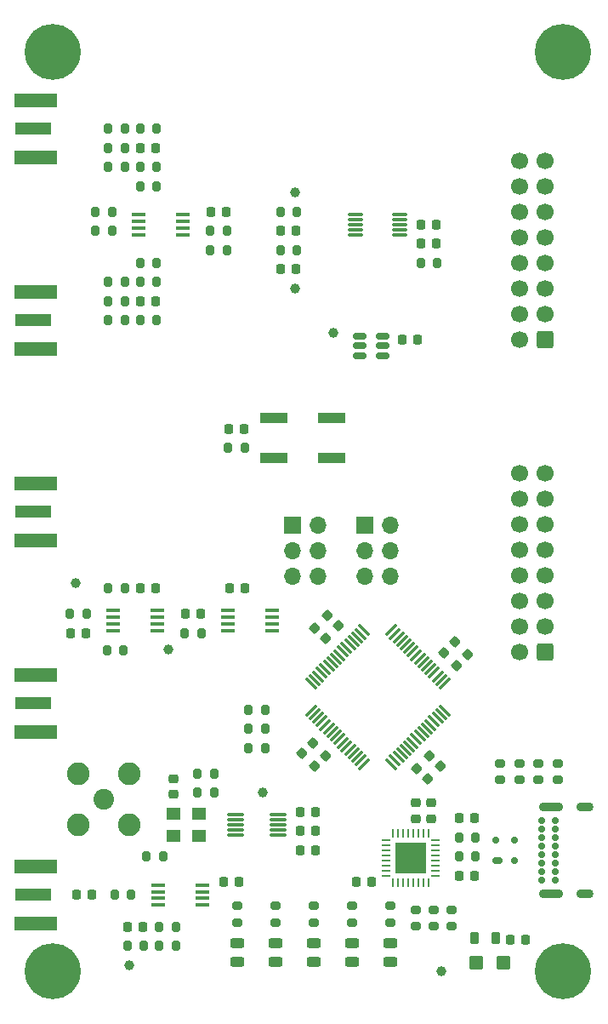
<source format=gbr>
%TF.GenerationSoftware,KiCad,Pcbnew,8.0.1*%
%TF.CreationDate,2024-04-20T11:28:48-04:00*%
%TF.ProjectId,Bridge_Controller,42726964-6765-45f4-936f-6e74726f6c6c,v1.0*%
%TF.SameCoordinates,Original*%
%TF.FileFunction,Soldermask,Top*%
%TF.FilePolarity,Negative*%
%FSLAX46Y46*%
G04 Gerber Fmt 4.6, Leading zero omitted, Abs format (unit mm)*
G04 Created by KiCad (PCBNEW 8.0.1) date 2024-04-20 11:28:48*
%MOMM*%
%LPD*%
G01*
G04 APERTURE LIST*
G04 Aperture macros list*
%AMRoundRect*
0 Rectangle with rounded corners*
0 $1 Rounding radius*
0 $2 $3 $4 $5 $6 $7 $8 $9 X,Y pos of 4 corners*
0 Add a 4 corners polygon primitive as box body*
4,1,4,$2,$3,$4,$5,$6,$7,$8,$9,$2,$3,0*
0 Add four circle primitives for the rounded corners*
1,1,$1+$1,$2,$3*
1,1,$1+$1,$4,$5*
1,1,$1+$1,$6,$7*
1,1,$1+$1,$8,$9*
0 Add four rect primitives between the rounded corners*
20,1,$1+$1,$2,$3,$4,$5,0*
20,1,$1+$1,$4,$5,$6,$7,0*
20,1,$1+$1,$6,$7,$8,$9,0*
20,1,$1+$1,$8,$9,$2,$3,0*%
G04 Aperture macros list end*
%ADD10RoundRect,0.200000X-0.200000X-0.275000X0.200000X-0.275000X0.200000X0.275000X-0.200000X0.275000X0*%
%ADD11R,1.450000X0.450000*%
%ADD12RoundRect,0.225000X0.225000X0.250000X-0.225000X0.250000X-0.225000X-0.250000X0.225000X-0.250000X0*%
%ADD13C,1.000000*%
%ADD14RoundRect,0.062500X0.062500X-0.375000X0.062500X0.375000X-0.062500X0.375000X-0.062500X-0.375000X0*%
%ADD15RoundRect,0.062500X0.375000X-0.062500X0.375000X0.062500X-0.375000X0.062500X-0.375000X-0.062500X0*%
%ADD16R,3.100000X3.100000*%
%ADD17RoundRect,0.200000X-0.275000X0.200000X-0.275000X-0.200000X0.275000X-0.200000X0.275000X0.200000X0*%
%ADD18RoundRect,0.225000X-0.225000X-0.250000X0.225000X-0.250000X0.225000X0.250000X-0.225000X0.250000X0*%
%ADD19RoundRect,0.075000X-0.415425X-0.521491X0.521491X0.415425X0.415425X0.521491X-0.521491X-0.415425X0*%
%ADD20RoundRect,0.075000X0.415425X-0.521491X0.521491X-0.415425X-0.415425X0.521491X-0.521491X0.415425X0*%
%ADD21RoundRect,0.225000X-0.250000X0.225000X-0.250000X-0.225000X0.250000X-0.225000X0.250000X0.225000X0*%
%ADD22RoundRect,0.200000X0.200000X0.275000X-0.200000X0.275000X-0.200000X-0.275000X0.200000X-0.275000X0*%
%ADD23R,3.600000X1.270000*%
%ADD24R,4.200000X1.350000*%
%ADD25RoundRect,0.175000X0.325000X-0.175000X0.325000X0.175000X-0.325000X0.175000X-0.325000X-0.175000X0*%
%ADD26RoundRect,0.150000X0.150000X-0.200000X0.150000X0.200000X-0.150000X0.200000X-0.150000X-0.200000X0*%
%ADD27RoundRect,0.200000X0.275000X-0.200000X0.275000X0.200000X-0.275000X0.200000X-0.275000X-0.200000X0*%
%ADD28R,1.700000X1.700000*%
%ADD29O,1.700000X1.700000*%
%ADD30RoundRect,0.225000X0.017678X-0.335876X0.335876X-0.017678X-0.017678X0.335876X-0.335876X0.017678X0*%
%ADD31RoundRect,0.250000X0.600000X0.600000X-0.600000X0.600000X-0.600000X-0.600000X0.600000X-0.600000X0*%
%ADD32C,1.700000*%
%ADD33RoundRect,0.243750X0.456250X-0.243750X0.456250X0.243750X-0.456250X0.243750X-0.456250X-0.243750X0*%
%ADD34C,5.562600*%
%ADD35R,2.750000X1.000000*%
%ADD36RoundRect,0.225000X0.335876X0.017678X0.017678X0.335876X-0.335876X-0.017678X-0.017678X-0.335876X0*%
%ADD37C,0.700000*%
%ADD38O,2.400000X0.900000*%
%ADD39O,1.700000X0.900000*%
%ADD40RoundRect,0.225000X-0.335876X-0.017678X-0.017678X-0.335876X0.335876X0.017678X0.017678X0.335876X0*%
%ADD41R,1.400000X1.200000*%
%ADD42RoundRect,0.225000X-0.017678X0.335876X-0.335876X0.017678X0.017678X-0.335876X0.335876X-0.017678X0*%
%ADD43RoundRect,0.250000X-0.450000X-0.425000X0.450000X-0.425000X0.450000X0.425000X-0.450000X0.425000X0*%
%ADD44RoundRect,0.087500X0.725000X0.087500X-0.725000X0.087500X-0.725000X-0.087500X0.725000X-0.087500X0*%
%ADD45RoundRect,0.218750X0.218750X0.381250X-0.218750X0.381250X-0.218750X-0.381250X0.218750X-0.381250X0*%
%ADD46RoundRect,0.075000X-0.650000X-0.075000X0.650000X-0.075000X0.650000X0.075000X-0.650000X0.075000X0*%
%ADD47RoundRect,0.150000X-0.512500X-0.150000X0.512500X-0.150000X0.512500X0.150000X-0.512500X0.150000X0*%
%ADD48RoundRect,0.225000X0.250000X-0.225000X0.250000X0.225000X-0.250000X0.225000X-0.250000X-0.225000X0*%
%ADD49C,2.050000*%
%ADD50C,2.250000*%
G04 APERTURE END LIST*
D10*
%TO.C,R35*%
X35370000Y-44450000D03*
X37020000Y-44450000D03*
%TD*%
%TO.C,R22*%
X28385000Y-73660000D03*
X30035000Y-73660000D03*
%TD*%
%TO.C,R39*%
X35370000Y-31115000D03*
X37020000Y-31115000D03*
%TD*%
D11*
%TO.C,U6*%
X37170000Y-100625000D03*
X37170000Y-101275000D03*
X37170000Y-101925000D03*
X37170000Y-102575000D03*
X41570000Y-102575000D03*
X41570000Y-101925000D03*
X41570000Y-101275000D03*
X41570000Y-100625000D03*
%TD*%
D12*
%TO.C,C32*%
X43955000Y-33655000D03*
X42405000Y-33655000D03*
%TD*%
%TO.C,C10*%
X68720000Y-93980000D03*
X67170000Y-93980000D03*
%TD*%
D13*
%TO.C,TP8*%
X65405000Y-109220000D03*
%TD*%
D14*
%TO.C,U2*%
X60582500Y-100342500D03*
X61082500Y-100342500D03*
X61582500Y-100342500D03*
X62082500Y-100342500D03*
X62582500Y-100342500D03*
X63082500Y-100342500D03*
X63582500Y-100342500D03*
X64082500Y-100342500D03*
D15*
X64770000Y-99655000D03*
X64770000Y-99155000D03*
X64770000Y-98655000D03*
X64770000Y-98155000D03*
X64770000Y-97655000D03*
X64770000Y-97155000D03*
X64770000Y-96655000D03*
X64770000Y-96155000D03*
D14*
X64082500Y-95467500D03*
X63582500Y-95467500D03*
X63082500Y-95467500D03*
X62582500Y-95467500D03*
X62082500Y-95467500D03*
X61582500Y-95467500D03*
X61082500Y-95467500D03*
X60582500Y-95467500D03*
D15*
X59895000Y-96155000D03*
X59895000Y-96655000D03*
X59895000Y-97155000D03*
X59895000Y-97655000D03*
X59895000Y-98155000D03*
X59895000Y-98655000D03*
X59895000Y-99155000D03*
X59895000Y-99655000D03*
D16*
X62332500Y-97905000D03*
%TD*%
D12*
%TO.C,C14*%
X58433000Y-100330000D03*
X56883000Y-100330000D03*
%TD*%
D10*
%TO.C,R33*%
X32195000Y-44450000D03*
X33845000Y-44450000D03*
%TD*%
%TO.C,R27*%
X32195000Y-71120000D03*
X33845000Y-71120000D03*
%TD*%
D17*
%TO.C,R6*%
X48895000Y-102680000D03*
X48895000Y-104330000D03*
%TD*%
D18*
%TO.C,C21*%
X51295000Y-97155000D03*
X52845000Y-97155000D03*
%TD*%
D19*
%TO.C,U1*%
X52399357Y-83267342D03*
X52752911Y-83620895D03*
X53106464Y-83974449D03*
X53460018Y-84328002D03*
X53813571Y-84681555D03*
X54167124Y-85035109D03*
X54520678Y-85388662D03*
X54874231Y-85742215D03*
X55227785Y-86095769D03*
X55581338Y-86449322D03*
X55934891Y-86802876D03*
X56288445Y-87156429D03*
X56641998Y-87509982D03*
X56995551Y-87863536D03*
X57349105Y-88217089D03*
X57702658Y-88570643D03*
D20*
X60407342Y-88570643D03*
X60760895Y-88217089D03*
X61114449Y-87863536D03*
X61468002Y-87509982D03*
X61821555Y-87156429D03*
X62175109Y-86802876D03*
X62528662Y-86449322D03*
X62882215Y-86095769D03*
X63235769Y-85742215D03*
X63589322Y-85388662D03*
X63942876Y-85035109D03*
X64296429Y-84681555D03*
X64649982Y-84328002D03*
X65003536Y-83974449D03*
X65357089Y-83620895D03*
X65710643Y-83267342D03*
D19*
X65710643Y-80562658D03*
X65357089Y-80209105D03*
X65003536Y-79855551D03*
X64649982Y-79501998D03*
X64296429Y-79148445D03*
X63942876Y-78794891D03*
X63589322Y-78441338D03*
X63235769Y-78087785D03*
X62882215Y-77734231D03*
X62528662Y-77380678D03*
X62175109Y-77027124D03*
X61821555Y-76673571D03*
X61468002Y-76320018D03*
X61114449Y-75966464D03*
X60760895Y-75612911D03*
X60407342Y-75259357D03*
D20*
X57702658Y-75259357D03*
X57349105Y-75612911D03*
X56995551Y-75966464D03*
X56641998Y-76320018D03*
X56288445Y-76673571D03*
X55934891Y-77027124D03*
X55581338Y-77380678D03*
X55227785Y-77734231D03*
X54874231Y-78087785D03*
X54520678Y-78441338D03*
X54167124Y-78794891D03*
X53813571Y-79148445D03*
X53460018Y-79501998D03*
X53106464Y-79855551D03*
X52752911Y-80209105D03*
X52399357Y-80562658D03*
%TD*%
D21*
%TO.C,C13*%
X62865000Y-92443000D03*
X62865000Y-93993000D03*
%TD*%
D18*
%TO.C,C23*%
X39865000Y-73660000D03*
X41415000Y-73660000D03*
%TD*%
D22*
%TO.C,R47*%
X50990000Y-33655000D03*
X49340000Y-33655000D03*
%TD*%
D23*
%TO.C,J8*%
X24782500Y-63500000D03*
D24*
X24982500Y-60675000D03*
X24982500Y-66325000D03*
%TD*%
D25*
%TO.C,D3*%
X71005000Y-98155000D03*
D26*
X72705000Y-98155000D03*
X72705000Y-96155000D03*
X70805000Y-96155000D03*
%TD*%
D22*
%TO.C,R7*%
X68770000Y-97790000D03*
X67120000Y-97790000D03*
%TD*%
D27*
%TO.C,R9*%
X75057000Y-90170000D03*
X75057000Y-88520000D03*
%TD*%
D13*
%TO.C,TP4*%
X38227000Y-77216000D03*
%TD*%
D10*
%TO.C,R38*%
X35370000Y-29210000D03*
X37020000Y-29210000D03*
%TD*%
D22*
%TO.C,R1*%
X45783000Y-57150000D03*
X44133000Y-57150000D03*
%TD*%
D28*
%TO.C,J1*%
X57780000Y-64785000D03*
D29*
X60320000Y-64785000D03*
X57780000Y-67325000D03*
X60320000Y-67325000D03*
X57780000Y-69865000D03*
X60320000Y-69865000D03*
%TD*%
D17*
%TO.C,R17*%
X56515000Y-102680000D03*
X56515000Y-104330000D03*
%TD*%
D10*
%TO.C,R26*%
X37275000Y-104775000D03*
X38925000Y-104775000D03*
%TD*%
D13*
%TO.C,TP2*%
X34290000Y-108585000D03*
%TD*%
D23*
%TO.C,J11*%
X24782500Y-44450000D03*
D24*
X24982500Y-41625000D03*
X24982500Y-47275000D03*
%TD*%
D12*
%TO.C,C11*%
X68720000Y-99695000D03*
X67170000Y-99695000D03*
%TD*%
%TO.C,C31*%
X50940000Y-39370000D03*
X49390000Y-39370000D03*
%TD*%
D30*
%TO.C,C2*%
X51521992Y-87543008D03*
X52618008Y-86446992D03*
%TD*%
D18*
%TO.C,C24*%
X34150000Y-104775000D03*
X35700000Y-104775000D03*
%TD*%
D22*
%TO.C,R4*%
X47815000Y-86995000D03*
X46165000Y-86995000D03*
%TD*%
D18*
%TO.C,C26*%
X61455000Y-46355000D03*
X63005000Y-46355000D03*
%TD*%
D10*
%TO.C,R25*%
X37275000Y-106680000D03*
X38925000Y-106680000D03*
%TD*%
D12*
%TO.C,C18*%
X45860000Y-71120000D03*
X44310000Y-71120000D03*
%TD*%
D10*
%TO.C,R21*%
X41085000Y-89535000D03*
X42735000Y-89535000D03*
%TD*%
%TO.C,R32*%
X32195000Y-42545000D03*
X33845000Y-42545000D03*
%TD*%
D13*
%TO.C,TP3*%
X28956000Y-70612000D03*
%TD*%
D12*
%TO.C,C1*%
X45733000Y-55245000D03*
X44183000Y-55245000D03*
%TD*%
D31*
%TO.C,J2*%
X75682500Y-46355000D03*
D32*
X73142500Y-46355000D03*
X75682500Y-43815000D03*
X73142500Y-43815000D03*
X75682500Y-41275000D03*
X73142500Y-41275000D03*
X75682500Y-38735000D03*
X73142500Y-38735000D03*
X75682500Y-36195000D03*
X73142500Y-36195000D03*
X75682500Y-33655000D03*
X73142500Y-33655000D03*
X75682500Y-31115000D03*
X73142500Y-31115000D03*
X75682500Y-28575000D03*
X73142500Y-28575000D03*
%TD*%
D28*
%TO.C,J4*%
X50541000Y-64785000D03*
D29*
X53081000Y-64785000D03*
X50541000Y-67325000D03*
X53081000Y-67325000D03*
X50541000Y-69865000D03*
X53081000Y-69865000D03*
%TD*%
D12*
%TO.C,C15*%
X73800000Y-106045000D03*
X72250000Y-106045000D03*
%TD*%
D33*
%TO.C,D5*%
X56515000Y-108252500D03*
X56515000Y-106377500D03*
%TD*%
D10*
%TO.C,R29*%
X32830000Y-101600000D03*
X34480000Y-101600000D03*
%TD*%
D17*
%TO.C,R15*%
X66421000Y-103061000D03*
X66421000Y-104711000D03*
%TD*%
%TO.C,R13*%
X52705000Y-102680000D03*
X52705000Y-104330000D03*
%TD*%
D12*
%TO.C,C35*%
X45225000Y-100330000D03*
X43675000Y-100330000D03*
%TD*%
D22*
%TO.C,R8*%
X68770000Y-95885000D03*
X67120000Y-95885000D03*
%TD*%
D27*
%TO.C,R10*%
X76962000Y-90170000D03*
X76962000Y-88520000D03*
%TD*%
D10*
%TO.C,R37*%
X32195000Y-29210000D03*
X33845000Y-29210000D03*
%TD*%
D22*
%TO.C,R3*%
X47815000Y-85090000D03*
X46165000Y-85090000D03*
%TD*%
D17*
%TO.C,R14*%
X64643000Y-103061000D03*
X64643000Y-104711000D03*
%TD*%
D23*
%TO.C,J7*%
X24782500Y-101600000D03*
D24*
X24982500Y-98775000D03*
X24982500Y-104425000D03*
%TD*%
D33*
%TO.C,D4*%
X52705000Y-108252500D03*
X52705000Y-106377500D03*
%TD*%
D34*
%TO.C,H1*%
X26670000Y-17780000D03*
%TD*%
%TO.C,H2*%
X26670000Y-109220000D03*
%TD*%
D22*
%TO.C,R24*%
X35750000Y-106680000D03*
X34100000Y-106680000D03*
%TD*%
D34*
%TO.C,H3*%
X77470000Y-17780000D03*
%TD*%
D12*
%TO.C,C22*%
X29985000Y-75565000D03*
X28435000Y-75565000D03*
%TD*%
D35*
%TO.C,SW1*%
X48687000Y-54134000D03*
X54437000Y-54134000D03*
X48687000Y-58134000D03*
X54437000Y-58134000D03*
%TD*%
D11*
%TO.C,U8*%
X35265000Y-33950000D03*
X35265000Y-34600000D03*
X35265000Y-35250000D03*
X35265000Y-35900000D03*
X39665000Y-35900000D03*
X39665000Y-35250000D03*
X39665000Y-34600000D03*
X39665000Y-33950000D03*
%TD*%
%TO.C,U5*%
X32725000Y-73320000D03*
X32725000Y-73970000D03*
X32725000Y-74620000D03*
X32725000Y-75270000D03*
X37125000Y-75270000D03*
X37125000Y-74620000D03*
X37125000Y-73970000D03*
X37125000Y-73320000D03*
%TD*%
D10*
%TO.C,R40*%
X35370000Y-40640000D03*
X37020000Y-40640000D03*
%TD*%
D36*
%TO.C,C3*%
X64048008Y-90083008D03*
X62951992Y-88986992D03*
%TD*%
D13*
%TO.C,TP5*%
X54610000Y-45720000D03*
%TD*%
D30*
%TO.C,C7*%
X65618992Y-77510008D03*
X66715008Y-76413992D03*
%TD*%
D10*
%TO.C,R42*%
X30925000Y-35560000D03*
X32575000Y-35560000D03*
%TD*%
%TO.C,R36*%
X32195000Y-40640000D03*
X33845000Y-40640000D03*
%TD*%
D22*
%TO.C,R41*%
X37020000Y-38735000D03*
X35370000Y-38735000D03*
%TD*%
%TO.C,R48*%
X50990000Y-37465000D03*
X49340000Y-37465000D03*
%TD*%
D37*
%TO.C,J5*%
X75350000Y-100130000D03*
X75350000Y-99280000D03*
X75350000Y-98430000D03*
X75350000Y-97580000D03*
X75350000Y-96730000D03*
X75350000Y-95880000D03*
X75350000Y-95030000D03*
X75350000Y-94180000D03*
X76700000Y-94180000D03*
X76700000Y-95030000D03*
X76700000Y-95880000D03*
X76700000Y-96730000D03*
X76700000Y-97580000D03*
X76700000Y-98430000D03*
X76700000Y-99280000D03*
X76700000Y-100130000D03*
D38*
X76330000Y-101480000D03*
D39*
X79710000Y-101480000D03*
D38*
X76330000Y-92830000D03*
D39*
X79710000Y-92830000D03*
%TD*%
D10*
%TO.C,R34*%
X35370000Y-25400000D03*
X37020000Y-25400000D03*
%TD*%
D12*
%TO.C,C19*%
X52845000Y-93345000D03*
X51295000Y-93345000D03*
%TD*%
D11*
%TO.C,U3*%
X44155000Y-73320000D03*
X44155000Y-73970000D03*
X44155000Y-74620000D03*
X44155000Y-75270000D03*
X48555000Y-75270000D03*
X48555000Y-74620000D03*
X48555000Y-73970000D03*
X48555000Y-73320000D03*
%TD*%
D23*
%TO.C,J9*%
X24782500Y-82550000D03*
D24*
X24982500Y-79725000D03*
X24982500Y-85375000D03*
%TD*%
D33*
%TO.C,D6*%
X60325000Y-108252500D03*
X60325000Y-106377500D03*
%TD*%
D36*
%TO.C,C6*%
X55158008Y-74843008D03*
X54061992Y-73746992D03*
%TD*%
D10*
%TO.C,R46*%
X63310000Y-38735000D03*
X64960000Y-38735000D03*
%TD*%
%TO.C,R20*%
X41085000Y-91440000D03*
X42735000Y-91440000D03*
%TD*%
D18*
%TO.C,C20*%
X51295000Y-95250000D03*
X52845000Y-95250000D03*
%TD*%
D40*
%TO.C,C5*%
X52791992Y-75016992D03*
X53888008Y-76113008D03*
%TD*%
D41*
%TO.C,X1*%
X38735000Y-95715000D03*
X41275000Y-95715000D03*
X41275000Y-93515000D03*
X38735000Y-93515000D03*
%TD*%
D12*
%TO.C,C33*%
X64910000Y-34925000D03*
X63360000Y-34925000D03*
%TD*%
D33*
%TO.C,D2*%
X48895000Y-108252500D03*
X48895000Y-106377500D03*
%TD*%
D12*
%TO.C,C25*%
X30620000Y-101600000D03*
X29070000Y-101600000D03*
%TD*%
D13*
%TO.C,TP7*%
X50800000Y-41275000D03*
%TD*%
D31*
%TO.C,J3*%
X75682500Y-77470000D03*
D32*
X73142500Y-77470000D03*
X75682500Y-74930000D03*
X73142500Y-74930000D03*
X75682500Y-72390000D03*
X73142500Y-72390000D03*
X75682500Y-69850000D03*
X73142500Y-69850000D03*
X75682500Y-67310000D03*
X73142500Y-67310000D03*
X75682500Y-64770000D03*
X73142500Y-64770000D03*
X75682500Y-62230000D03*
X73142500Y-62230000D03*
X75682500Y-59690000D03*
X73142500Y-59690000D03*
%TD*%
D13*
%TO.C,TP6*%
X50800000Y-31750000D03*
%TD*%
D18*
%TO.C,C27*%
X35420000Y-27305000D03*
X36970000Y-27305000D03*
%TD*%
D22*
%TO.C,R19*%
X37655000Y-97790000D03*
X36005000Y-97790000D03*
%TD*%
D21*
%TO.C,C12*%
X64389000Y-92443000D03*
X64389000Y-93993000D03*
%TD*%
D17*
%TO.C,R16*%
X62865000Y-103061000D03*
X62865000Y-104711000D03*
%TD*%
D42*
%TO.C,C4*%
X67985008Y-77683992D03*
X66888992Y-78780008D03*
%TD*%
D23*
%TO.C,J10*%
X24782500Y-25400000D03*
D24*
X24982500Y-22575000D03*
X24982500Y-28225000D03*
%TD*%
D22*
%TO.C,R28*%
X33743400Y-77266800D03*
X32093400Y-77266800D03*
%TD*%
D43*
%TO.C,C16*%
X68881000Y-108331000D03*
X71581000Y-108331000D03*
%TD*%
D44*
%TO.C,U4*%
X49102500Y-95615000D03*
X49102500Y-95115000D03*
X49102500Y-94615000D03*
X49102500Y-94115000D03*
X49102500Y-93615000D03*
X44877500Y-93615000D03*
X44877500Y-94115000D03*
X44877500Y-94615000D03*
X44877500Y-95115000D03*
X44877500Y-95615000D03*
%TD*%
D10*
%TO.C,R45*%
X42355000Y-35560000D03*
X44005000Y-35560000D03*
%TD*%
D40*
%TO.C,C8*%
X64221992Y-87716992D03*
X65318008Y-88813008D03*
%TD*%
D13*
%TO.C,TP1*%
X47625000Y-91440000D03*
%TD*%
D45*
%TO.C,L1*%
X70785500Y-105918000D03*
X68660500Y-105918000D03*
%TD*%
D46*
%TO.C,U9*%
X56855000Y-33925000D03*
X56855000Y-34425000D03*
X56855000Y-34925000D03*
X56855000Y-35425000D03*
X56855000Y-35925000D03*
X61255000Y-35925000D03*
X61255000Y-35425000D03*
X61255000Y-34925000D03*
X61255000Y-34425000D03*
X61255000Y-33925000D03*
%TD*%
D22*
%TO.C,R23*%
X41465000Y-75565000D03*
X39815000Y-75565000D03*
%TD*%
D47*
%TO.C,U7*%
X57282500Y-46040000D03*
X57282500Y-46990000D03*
X57282500Y-47940000D03*
X59557500Y-47940000D03*
X59557500Y-46990000D03*
X59557500Y-46040000D03*
%TD*%
D48*
%TO.C,C17*%
X38735000Y-91580000D03*
X38735000Y-90030000D03*
%TD*%
D18*
%TO.C,C29*%
X63360000Y-36830000D03*
X64910000Y-36830000D03*
%TD*%
D10*
%TO.C,R31*%
X32195000Y-27305000D03*
X33845000Y-27305000D03*
%TD*%
D49*
%TO.C,J6*%
X31750000Y-92075000D03*
D50*
X34290000Y-89535000D03*
X29210000Y-89535000D03*
X34290000Y-94615000D03*
X29210000Y-94615000D03*
%TD*%
D17*
%TO.C,R18*%
X60325000Y-102680000D03*
X60325000Y-104330000D03*
%TD*%
D42*
%TO.C,C9*%
X53888008Y-87716992D03*
X52791992Y-88813008D03*
%TD*%
D18*
%TO.C,C28*%
X35420000Y-42545000D03*
X36970000Y-42545000D03*
%TD*%
D12*
%TO.C,C30*%
X50940000Y-35560000D03*
X49390000Y-35560000D03*
%TD*%
D22*
%TO.C,R43*%
X44005000Y-37465000D03*
X42355000Y-37465000D03*
%TD*%
D17*
%TO.C,R5*%
X45085000Y-102680000D03*
X45085000Y-104330000D03*
%TD*%
D34*
%TO.C,H4*%
X77470000Y-109220000D03*
%TD*%
D27*
%TO.C,R11*%
X71247000Y-90170000D03*
X71247000Y-88520000D03*
%TD*%
%TO.C,R12*%
X73152000Y-90170000D03*
X73152000Y-88520000D03*
%TD*%
D10*
%TO.C,R44*%
X30925000Y-33655000D03*
X32575000Y-33655000D03*
%TD*%
D22*
%TO.C,R2*%
X47815000Y-83185000D03*
X46165000Y-83185000D03*
%TD*%
D10*
%TO.C,R30*%
X32195000Y-25400000D03*
X33845000Y-25400000D03*
%TD*%
D33*
%TO.C,D1*%
X45085000Y-108252500D03*
X45085000Y-106377500D03*
%TD*%
D18*
%TO.C,C34*%
X35420000Y-71120000D03*
X36970000Y-71120000D03*
%TD*%
M02*

</source>
